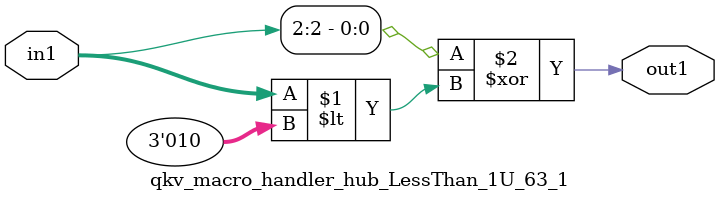
<source format=v>

`timescale 1ps / 1ps


module qkv_macro_handler_hub_LessThan_1U_63_1( in1, out1 );

    input [2:0] in1;
    output out1;

    
    // rtl_process:qkv_macro_handler_hub_LessThan_1U_63_1/qkv_macro_handler_hub_LessThan_1U_63_1_thread_1
    assign out1 = (in1[2] ^ in1 < 3'd2);

endmodule



</source>
